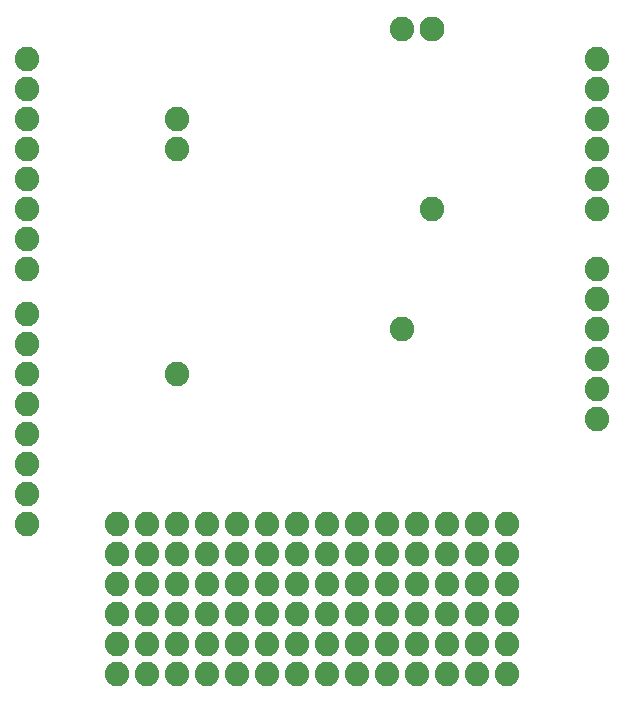
<source format=gbr>
G04 EAGLE Gerber RS-274X export*
G75*
%MOMM*%
%FSLAX34Y34*%
%LPD*%
%INSoldermask Bottom*%
%IPPOS*%
%AMOC8*
5,1,8,0,0,1.08239X$1,22.5*%
G01*
%ADD10C,2.108200*%
%ADD11C,2.082800*%


D10*
X368300Y571500D03*
D11*
X342900Y571500D03*
X152400Y279400D03*
X342900Y317500D03*
X152400Y469900D03*
X508000Y241300D03*
X508000Y266700D03*
X508000Y292100D03*
X508000Y317500D03*
X508000Y342900D03*
X508000Y368300D03*
X508000Y419100D03*
X508000Y444500D03*
X508000Y469900D03*
X508000Y495300D03*
X508000Y520700D03*
X508000Y546100D03*
X25400Y546100D03*
X25400Y520700D03*
X25400Y495300D03*
X25400Y469900D03*
X25400Y444500D03*
X25400Y419100D03*
X25400Y393700D03*
X25400Y368300D03*
X25400Y330200D03*
X25400Y304800D03*
X25400Y279400D03*
X25400Y254000D03*
X25400Y228600D03*
X25400Y203200D03*
X25400Y177800D03*
X25400Y152400D03*
X368300Y419100D03*
X152400Y495300D03*
X101600Y25400D03*
X101600Y50800D03*
X101600Y76200D03*
X127000Y25400D03*
X127000Y50800D03*
X127000Y76200D03*
X127000Y101600D03*
X101600Y101600D03*
X101600Y127000D03*
X101600Y152400D03*
X127000Y127000D03*
X127000Y152400D03*
X152400Y25400D03*
X152400Y50800D03*
X152400Y76200D03*
X177800Y25400D03*
X177800Y50800D03*
X177800Y76200D03*
X177800Y101600D03*
X152400Y101600D03*
X203200Y25400D03*
X203200Y50800D03*
X203200Y76200D03*
X228600Y25400D03*
X228600Y50800D03*
X228600Y76200D03*
X228600Y101600D03*
X203200Y101600D03*
X254000Y25400D03*
X254000Y50800D03*
X254000Y76200D03*
X279400Y25400D03*
X279400Y50800D03*
X279400Y76200D03*
X279400Y101600D03*
X254000Y101600D03*
X304800Y25400D03*
X304800Y50800D03*
X304800Y76200D03*
X330200Y25400D03*
X330200Y50800D03*
X330200Y76200D03*
X330200Y101600D03*
X304800Y101600D03*
X355600Y25400D03*
X355600Y50800D03*
X355600Y76200D03*
X381000Y25400D03*
X381000Y50800D03*
X381000Y76200D03*
X381000Y101600D03*
X355600Y101600D03*
X406400Y25400D03*
X406400Y50800D03*
X406400Y76200D03*
X431800Y25400D03*
X431800Y50800D03*
X431800Y76200D03*
X431800Y101600D03*
X406400Y101600D03*
X152400Y127000D03*
X152400Y152400D03*
X177800Y127000D03*
X177800Y152400D03*
X203200Y127000D03*
X203200Y152400D03*
X228600Y127000D03*
X228600Y152400D03*
X254000Y127000D03*
X254000Y152400D03*
X279400Y127000D03*
X279400Y152400D03*
X304800Y127000D03*
X304800Y152400D03*
X330200Y127000D03*
X330200Y152400D03*
X355600Y127000D03*
X355600Y152400D03*
X381000Y127000D03*
X381000Y152400D03*
X406400Y127000D03*
X406400Y152400D03*
X431800Y127000D03*
X431800Y152400D03*
M02*

</source>
